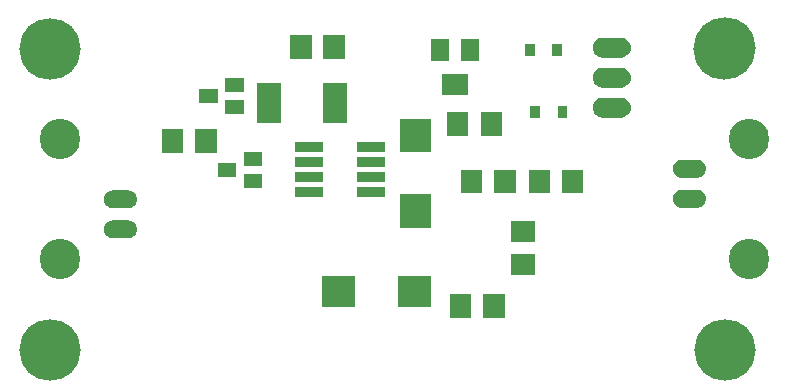
<source format=gbr>
G04 DipTrace 2.4.0.1*
%INTopMask.gbr*%
%MOIN*%
%ADD35C,0.1346*%
%ADD37C,0.2049*%
%FSLAX44Y44*%
G04*
G70*
G90*
G75*
G01*
%LNTopMask*%
%LPD*%
G36*
X14987Y14872D2*
X15697D1*
Y15661D1*
X14987D1*
Y14872D1*
G37*
G36*
X13884D2*
X14594D1*
Y15661D1*
X13884D1*
Y14872D1*
G37*
G36*
X22035Y8770D2*
Y9480D1*
X21246D1*
Y8770D1*
X22035D1*
G37*
G36*
Y7668D2*
Y8378D1*
X21246D1*
Y7668D1*
X22035D1*
G37*
G36*
X17546Y12874D2*
Y11770D1*
X18571D1*
Y12874D1*
X17546D1*
G37*
G36*
Y10354D2*
Y9250D1*
X18571D1*
Y10354D1*
X17546D1*
G37*
G36*
X14947Y6597D2*
X16051D1*
Y7622D1*
X14947D1*
Y6597D1*
G37*
G36*
X17467D2*
X18571D1*
Y7622D1*
X17467D1*
Y6597D1*
G37*
G36*
X22032Y15376D2*
X21703D1*
Y14969D1*
X22032D1*
Y15376D1*
G37*
G36*
X22937D2*
X22609D1*
Y14969D1*
X22937D1*
Y15376D1*
G37*
G36*
X22791Y12890D2*
X23119D1*
Y13297D1*
X22791D1*
Y12890D1*
G37*
G36*
X21885D2*
X22214D1*
Y13297D1*
X21885D1*
Y12890D1*
G37*
D37*
X28354Y15212D3*
X5857D3*
Y5169D3*
X28357Y15220D3*
Y5169D3*
G36*
X11695Y13500D2*
Y13026D1*
X12327D1*
Y13500D1*
X11695D1*
G37*
G36*
Y14248D2*
Y13774D1*
X12327D1*
Y14248D1*
X11695D1*
G37*
G36*
X10829Y13874D2*
Y13400D1*
X11461D1*
Y13874D1*
X10829D1*
G37*
G36*
X12324Y11025D2*
Y10551D1*
X12956D1*
Y11025D1*
X12324D1*
G37*
G36*
Y11773D2*
Y11299D1*
X12956D1*
Y11773D1*
X12324D1*
G37*
G36*
X11458Y11399D2*
Y10925D1*
X12090D1*
Y11399D1*
X11458D1*
G37*
G36*
X13563Y14071D2*
X12774D1*
Y12731D1*
X13563D1*
Y14071D1*
G37*
G36*
X15768D2*
X14979D1*
Y12731D1*
X15768D1*
Y14071D1*
G37*
G36*
X10307Y12524D2*
X9597D1*
Y11734D1*
X10307D1*
Y12524D1*
G37*
G36*
X11427D2*
X10717D1*
Y11734D1*
X11427D1*
Y12524D1*
G37*
G36*
X20278Y11177D2*
X19568D1*
Y10387D1*
X20278D1*
Y11177D1*
G37*
G36*
X21398D2*
X20688D1*
Y10387D1*
X21398D1*
Y11177D1*
G37*
G36*
X22534D2*
X21824D1*
Y10387D1*
X22534D1*
Y11177D1*
G37*
G36*
X23654D2*
X22944D1*
Y10387D1*
X23654D1*
Y11177D1*
G37*
G36*
X19823Y13099D2*
X19113D1*
Y12309D1*
X19823D1*
Y13099D1*
G37*
G36*
X20943D2*
X20232D1*
Y12309D1*
X20943D1*
Y13099D1*
G37*
G36*
X19913Y7028D2*
X19203D1*
Y6238D1*
X19913D1*
Y7028D1*
G37*
G36*
X21033D2*
X20323D1*
Y6238D1*
X21033D1*
Y7028D1*
G37*
G36*
X19589Y14808D2*
X20181D1*
Y15518D1*
X19589D1*
Y14808D1*
G37*
G36*
X18949Y13666D2*
X19817D1*
Y14376D1*
X18949D1*
Y13666D1*
G37*
G36*
X18585Y14808D2*
X19177D1*
Y15518D1*
X18585D1*
Y14808D1*
G37*
D35*
X6218Y8194D3*
Y12194D3*
G36*
X7957Y8896D2*
X7859Y8913D1*
X7769Y8965D1*
X7702Y9044D1*
X7667Y9142D1*
Y9245D1*
X7702Y9343D1*
X7769Y9422D1*
X7858Y9474D1*
X7957Y9491D1*
X8479D1*
X8577Y9474D1*
X8667Y9422D1*
X8734Y9343D1*
X8769Y9246D1*
Y9142D1*
X8734Y9045D1*
X8667Y8965D1*
X8578Y8914D1*
X8479Y8896D1*
X7957D1*
G37*
G36*
Y9896D2*
X7859Y9913D1*
X7769Y9965D1*
X7702Y10044D1*
X7667Y10142D1*
Y10245D1*
X7702Y10343D1*
X7769Y10422D1*
X7858Y10474D1*
X7957Y10491D1*
X8479D1*
X8577Y10474D1*
X8667Y10422D1*
X8734Y10343D1*
X8769Y10246D1*
Y10142D1*
X8734Y10045D1*
X8667Y9965D1*
X8578Y9914D1*
X8479Y9896D1*
X7957D1*
G37*
G36*
X14985Y11782D2*
Y12102D1*
X14035D1*
Y11782D1*
X14985D1*
G37*
G36*
Y11282D2*
Y11602D1*
X14035D1*
Y11282D1*
X14985D1*
G37*
G36*
Y10782D2*
Y11102D1*
X14035D1*
Y10782D1*
X14985D1*
G37*
G36*
Y10282D2*
Y10602D1*
X14035D1*
Y10282D1*
X14985D1*
G37*
G36*
X17045D2*
Y10602D1*
X16095D1*
Y10282D1*
X17045D1*
G37*
G36*
Y10782D2*
Y11102D1*
X16095D1*
Y10782D1*
X17045D1*
G37*
G36*
Y11282D2*
Y11602D1*
X16095D1*
Y11282D1*
X17045D1*
G37*
G36*
Y11782D2*
Y12102D1*
X16095D1*
Y11782D1*
X17045D1*
G37*
D35*
X29176Y12208D3*
Y8208D3*
G36*
X27437Y11506D2*
X27536Y11488D1*
X27625Y11437D1*
X27692Y11357D1*
X27728Y11260D1*
Y11156D1*
X27692Y11059D1*
X27626Y10980D1*
X27536Y10928D1*
X27438Y10910D1*
X26916D1*
X26817Y10928D1*
X26727Y10979D1*
X26661Y11059D1*
X26625Y11156D1*
Y11259D1*
X26660Y11357D1*
X26727Y11436D1*
X26817Y11488D1*
X26915Y11506D1*
X27437D1*
G37*
G36*
Y10506D2*
X27536Y10488D1*
X27625Y10437D1*
X27692Y10357D1*
X27728Y10260D1*
Y10156D1*
X27692Y10059D1*
X27626Y9980D1*
X27536Y9928D1*
X27438Y9910D1*
X26916D1*
X26817Y9928D1*
X26727Y9979D1*
X26661Y10059D1*
X26625Y10156D1*
Y10259D1*
X26660Y10357D1*
X26727Y10436D1*
X26817Y10488D1*
X26915Y10506D1*
X27437D1*
G37*
G36*
X24902Y15582D2*
X25014Y15562D1*
X25115Y15503D1*
X25191Y15414D1*
X25231Y15304D1*
Y15186D1*
X25191Y15076D1*
X25116Y14986D1*
X25014Y14927D1*
X24902Y14908D1*
X24302D1*
X24190Y14927D1*
X24088Y14986D1*
X24013Y15076D1*
X23973Y15186D1*
X23972Y15303D1*
X24012Y15413D1*
X24088Y15503D1*
X24189Y15562D1*
X24301Y15582D1*
X24902D1*
G37*
G36*
Y14582D2*
X25014Y14562D1*
X25115Y14503D1*
X25191Y14414D1*
X25231Y14304D1*
Y14186D1*
X25191Y14076D1*
X25116Y13986D1*
X25014Y13927D1*
X24902Y13908D1*
X24302D1*
X24190Y13927D1*
X24088Y13986D1*
X24013Y14076D1*
X23973Y14186D1*
X23972Y14303D1*
X24012Y14413D1*
X24088Y14503D1*
X24189Y14562D1*
X24301Y14582D1*
X24902D1*
G37*
G36*
Y13582D2*
X25014Y13562D1*
X25115Y13503D1*
X25191Y13414D1*
X25231Y13304D1*
Y13186D1*
X25191Y13076D1*
X25116Y12986D1*
X25014Y12927D1*
X24902Y12908D1*
X24302D1*
X24190Y12927D1*
X24088Y12986D1*
X24013Y13076D1*
X23973Y13186D1*
X23972Y13303D1*
X24012Y13413D1*
X24088Y13503D1*
X24189Y13562D1*
X24301Y13582D1*
X24902D1*
G37*
M02*

</source>
